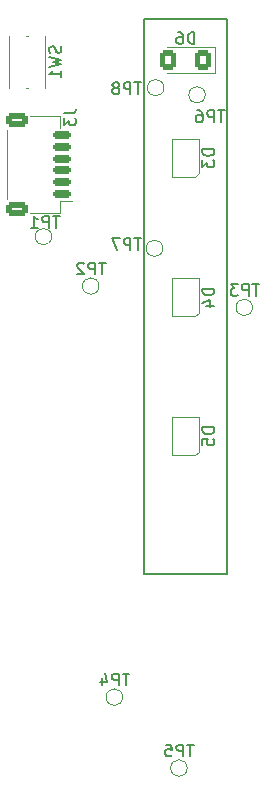
<source format=gbo>
G04 #@! TF.GenerationSoftware,KiCad,Pcbnew,8.0.7*
G04 #@! TF.CreationDate,2025-08-07T07:41:48-04:00*
G04 #@! TF.ProjectId,room_environment_monitor,726f6f6d-5f65-46e7-9669-726f6e6d656e,rev?*
G04 #@! TF.SameCoordinates,Original*
G04 #@! TF.FileFunction,Legend,Bot*
G04 #@! TF.FilePolarity,Positive*
%FSLAX46Y46*%
G04 Gerber Fmt 4.6, Leading zero omitted, Abs format (unit mm)*
G04 Created by KiCad (PCBNEW 8.0.7) date 2025-08-07 07:41:48*
%MOMM*%
%LPD*%
G01*
G04 APERTURE LIST*
G04 Aperture macros list*
%AMRoundRect*
0 Rectangle with rounded corners*
0 $1 Rounding radius*
0 $2 $3 $4 $5 $6 $7 $8 $9 X,Y pos of 4 corners*
0 Add a 4 corners polygon primitive as box body*
4,1,4,$2,$3,$4,$5,$6,$7,$8,$9,$2,$3,0*
0 Add four circle primitives for the rounded corners*
1,1,$1+$1,$2,$3*
1,1,$1+$1,$4,$5*
1,1,$1+$1,$6,$7*
1,1,$1+$1,$8,$9*
0 Add four rect primitives between the rounded corners*
20,1,$1+$1,$2,$3,$4,$5,0*
20,1,$1+$1,$4,$5,$6,$7,0*
20,1,$1+$1,$6,$7,$8,$9,0*
20,1,$1+$1,$8,$9,$2,$3,0*%
G04 Aperture macros list end*
%ADD10C,0.150000*%
%ADD11C,0.120000*%
%ADD12R,1.000000X0.900000*%
%ADD13C,2.200000*%
%ADD14O,1.066800X1.701800*%
%ADD15C,1.000000*%
%ADD16R,0.700000X0.700000*%
%ADD17RoundRect,0.250001X0.462499X0.624999X-0.462499X0.624999X-0.462499X-0.624999X0.462499X-0.624999X0*%
%ADD18RoundRect,0.150000X0.625000X-0.150000X0.625000X0.150000X-0.625000X0.150000X-0.625000X-0.150000X0*%
%ADD19RoundRect,0.250000X0.650000X-0.350000X0.650000X0.350000X-0.650000X0.350000X-0.650000X-0.350000X0*%
G04 APERTURE END LIST*
D10*
X106500000Y-119600000D02*
X113500000Y-119600000D01*
X106500000Y-72600000D02*
X106500000Y-119600000D01*
X113500000Y-72600000D02*
X106500000Y-72600000D01*
X113500000Y-119600000D02*
X113500000Y-72600000D01*
X99457200Y-74866667D02*
X99504819Y-75009524D01*
X99504819Y-75009524D02*
X99504819Y-75247619D01*
X99504819Y-75247619D02*
X99457200Y-75342857D01*
X99457200Y-75342857D02*
X99409580Y-75390476D01*
X99409580Y-75390476D02*
X99314342Y-75438095D01*
X99314342Y-75438095D02*
X99219104Y-75438095D01*
X99219104Y-75438095D02*
X99123866Y-75390476D01*
X99123866Y-75390476D02*
X99076247Y-75342857D01*
X99076247Y-75342857D02*
X99028628Y-75247619D01*
X99028628Y-75247619D02*
X98981009Y-75057143D01*
X98981009Y-75057143D02*
X98933390Y-74961905D01*
X98933390Y-74961905D02*
X98885771Y-74914286D01*
X98885771Y-74914286D02*
X98790533Y-74866667D01*
X98790533Y-74866667D02*
X98695295Y-74866667D01*
X98695295Y-74866667D02*
X98600057Y-74914286D01*
X98600057Y-74914286D02*
X98552438Y-74961905D01*
X98552438Y-74961905D02*
X98504819Y-75057143D01*
X98504819Y-75057143D02*
X98504819Y-75295238D01*
X98504819Y-75295238D02*
X98552438Y-75438095D01*
X98504819Y-75771429D02*
X99504819Y-76009524D01*
X99504819Y-76009524D02*
X98790533Y-76200000D01*
X98790533Y-76200000D02*
X99504819Y-76390476D01*
X99504819Y-76390476D02*
X98504819Y-76628572D01*
X99504819Y-77533333D02*
X99504819Y-76961905D01*
X99504819Y-77247619D02*
X98504819Y-77247619D01*
X98504819Y-77247619D02*
X98647676Y-77152381D01*
X98647676Y-77152381D02*
X98742914Y-77057143D01*
X98742914Y-77057143D02*
X98790533Y-76961905D01*
X113331904Y-80314819D02*
X112760476Y-80314819D01*
X113046190Y-81314819D02*
X113046190Y-80314819D01*
X112427142Y-81314819D02*
X112427142Y-80314819D01*
X112427142Y-80314819D02*
X112046190Y-80314819D01*
X112046190Y-80314819D02*
X111950952Y-80362438D01*
X111950952Y-80362438D02*
X111903333Y-80410057D01*
X111903333Y-80410057D02*
X111855714Y-80505295D01*
X111855714Y-80505295D02*
X111855714Y-80648152D01*
X111855714Y-80648152D02*
X111903333Y-80743390D01*
X111903333Y-80743390D02*
X111950952Y-80791009D01*
X111950952Y-80791009D02*
X112046190Y-80838628D01*
X112046190Y-80838628D02*
X112427142Y-80838628D01*
X110998571Y-80314819D02*
X111189047Y-80314819D01*
X111189047Y-80314819D02*
X111284285Y-80362438D01*
X111284285Y-80362438D02*
X111331904Y-80410057D01*
X111331904Y-80410057D02*
X111427142Y-80552914D01*
X111427142Y-80552914D02*
X111474761Y-80743390D01*
X111474761Y-80743390D02*
X111474761Y-81124342D01*
X111474761Y-81124342D02*
X111427142Y-81219580D01*
X111427142Y-81219580D02*
X111379523Y-81267200D01*
X111379523Y-81267200D02*
X111284285Y-81314819D01*
X111284285Y-81314819D02*
X111093809Y-81314819D01*
X111093809Y-81314819D02*
X110998571Y-81267200D01*
X110998571Y-81267200D02*
X110950952Y-81219580D01*
X110950952Y-81219580D02*
X110903333Y-81124342D01*
X110903333Y-81124342D02*
X110903333Y-80886247D01*
X110903333Y-80886247D02*
X110950952Y-80791009D01*
X110950952Y-80791009D02*
X110998571Y-80743390D01*
X110998571Y-80743390D02*
X111093809Y-80695771D01*
X111093809Y-80695771D02*
X111284285Y-80695771D01*
X111284285Y-80695771D02*
X111379523Y-80743390D01*
X111379523Y-80743390D02*
X111427142Y-80791009D01*
X111427142Y-80791009D02*
X111474761Y-80886247D01*
X103261904Y-93206819D02*
X102690476Y-93206819D01*
X102976190Y-94206819D02*
X102976190Y-93206819D01*
X102357142Y-94206819D02*
X102357142Y-93206819D01*
X102357142Y-93206819D02*
X101976190Y-93206819D01*
X101976190Y-93206819D02*
X101880952Y-93254438D01*
X101880952Y-93254438D02*
X101833333Y-93302057D01*
X101833333Y-93302057D02*
X101785714Y-93397295D01*
X101785714Y-93397295D02*
X101785714Y-93540152D01*
X101785714Y-93540152D02*
X101833333Y-93635390D01*
X101833333Y-93635390D02*
X101880952Y-93683009D01*
X101880952Y-93683009D02*
X101976190Y-93730628D01*
X101976190Y-93730628D02*
X102357142Y-93730628D01*
X101404761Y-93302057D02*
X101357142Y-93254438D01*
X101357142Y-93254438D02*
X101261904Y-93206819D01*
X101261904Y-93206819D02*
X101023809Y-93206819D01*
X101023809Y-93206819D02*
X100928571Y-93254438D01*
X100928571Y-93254438D02*
X100880952Y-93302057D01*
X100880952Y-93302057D02*
X100833333Y-93397295D01*
X100833333Y-93397295D02*
X100833333Y-93492533D01*
X100833333Y-93492533D02*
X100880952Y-93635390D01*
X100880952Y-93635390D02*
X101452380Y-94206819D01*
X101452380Y-94206819D02*
X100833333Y-94206819D01*
X112454819Y-107161905D02*
X111454819Y-107161905D01*
X111454819Y-107161905D02*
X111454819Y-107400000D01*
X111454819Y-107400000D02*
X111502438Y-107542857D01*
X111502438Y-107542857D02*
X111597676Y-107638095D01*
X111597676Y-107638095D02*
X111692914Y-107685714D01*
X111692914Y-107685714D02*
X111883390Y-107733333D01*
X111883390Y-107733333D02*
X112026247Y-107733333D01*
X112026247Y-107733333D02*
X112216723Y-107685714D01*
X112216723Y-107685714D02*
X112311961Y-107638095D01*
X112311961Y-107638095D02*
X112407200Y-107542857D01*
X112407200Y-107542857D02*
X112454819Y-107400000D01*
X112454819Y-107400000D02*
X112454819Y-107161905D01*
X111454819Y-108638095D02*
X111454819Y-108161905D01*
X111454819Y-108161905D02*
X111931009Y-108114286D01*
X111931009Y-108114286D02*
X111883390Y-108161905D01*
X111883390Y-108161905D02*
X111835771Y-108257143D01*
X111835771Y-108257143D02*
X111835771Y-108495238D01*
X111835771Y-108495238D02*
X111883390Y-108590476D01*
X111883390Y-108590476D02*
X111931009Y-108638095D01*
X111931009Y-108638095D02*
X112026247Y-108685714D01*
X112026247Y-108685714D02*
X112264342Y-108685714D01*
X112264342Y-108685714D02*
X112359580Y-108638095D01*
X112359580Y-108638095D02*
X112407200Y-108590476D01*
X112407200Y-108590476D02*
X112454819Y-108495238D01*
X112454819Y-108495238D02*
X112454819Y-108257143D01*
X112454819Y-108257143D02*
X112407200Y-108161905D01*
X112407200Y-108161905D02*
X112359580Y-108114286D01*
X110775594Y-74684819D02*
X110775594Y-73684819D01*
X110775594Y-73684819D02*
X110537499Y-73684819D01*
X110537499Y-73684819D02*
X110394642Y-73732438D01*
X110394642Y-73732438D02*
X110299404Y-73827676D01*
X110299404Y-73827676D02*
X110251785Y-73922914D01*
X110251785Y-73922914D02*
X110204166Y-74113390D01*
X110204166Y-74113390D02*
X110204166Y-74256247D01*
X110204166Y-74256247D02*
X110251785Y-74446723D01*
X110251785Y-74446723D02*
X110299404Y-74541961D01*
X110299404Y-74541961D02*
X110394642Y-74637200D01*
X110394642Y-74637200D02*
X110537499Y-74684819D01*
X110537499Y-74684819D02*
X110775594Y-74684819D01*
X109347023Y-73684819D02*
X109537499Y-73684819D01*
X109537499Y-73684819D02*
X109632737Y-73732438D01*
X109632737Y-73732438D02*
X109680356Y-73780057D01*
X109680356Y-73780057D02*
X109775594Y-73922914D01*
X109775594Y-73922914D02*
X109823213Y-74113390D01*
X109823213Y-74113390D02*
X109823213Y-74494342D01*
X109823213Y-74494342D02*
X109775594Y-74589580D01*
X109775594Y-74589580D02*
X109727975Y-74637200D01*
X109727975Y-74637200D02*
X109632737Y-74684819D01*
X109632737Y-74684819D02*
X109442261Y-74684819D01*
X109442261Y-74684819D02*
X109347023Y-74637200D01*
X109347023Y-74637200D02*
X109299404Y-74589580D01*
X109299404Y-74589580D02*
X109251785Y-74494342D01*
X109251785Y-74494342D02*
X109251785Y-74256247D01*
X109251785Y-74256247D02*
X109299404Y-74161009D01*
X109299404Y-74161009D02*
X109347023Y-74113390D01*
X109347023Y-74113390D02*
X109442261Y-74065771D01*
X109442261Y-74065771D02*
X109632737Y-74065771D01*
X109632737Y-74065771D02*
X109727975Y-74113390D01*
X109727975Y-74113390D02*
X109775594Y-74161009D01*
X109775594Y-74161009D02*
X109823213Y-74256247D01*
X112454819Y-95411905D02*
X111454819Y-95411905D01*
X111454819Y-95411905D02*
X111454819Y-95650000D01*
X111454819Y-95650000D02*
X111502438Y-95792857D01*
X111502438Y-95792857D02*
X111597676Y-95888095D01*
X111597676Y-95888095D02*
X111692914Y-95935714D01*
X111692914Y-95935714D02*
X111883390Y-95983333D01*
X111883390Y-95983333D02*
X112026247Y-95983333D01*
X112026247Y-95983333D02*
X112216723Y-95935714D01*
X112216723Y-95935714D02*
X112311961Y-95888095D01*
X112311961Y-95888095D02*
X112407200Y-95792857D01*
X112407200Y-95792857D02*
X112454819Y-95650000D01*
X112454819Y-95650000D02*
X112454819Y-95411905D01*
X111788152Y-96840476D02*
X112454819Y-96840476D01*
X111407200Y-96602381D02*
X112121485Y-96364286D01*
X112121485Y-96364286D02*
X112121485Y-96983333D01*
X99361904Y-89254819D02*
X98790476Y-89254819D01*
X99076190Y-90254819D02*
X99076190Y-89254819D01*
X98457142Y-90254819D02*
X98457142Y-89254819D01*
X98457142Y-89254819D02*
X98076190Y-89254819D01*
X98076190Y-89254819D02*
X97980952Y-89302438D01*
X97980952Y-89302438D02*
X97933333Y-89350057D01*
X97933333Y-89350057D02*
X97885714Y-89445295D01*
X97885714Y-89445295D02*
X97885714Y-89588152D01*
X97885714Y-89588152D02*
X97933333Y-89683390D01*
X97933333Y-89683390D02*
X97980952Y-89731009D01*
X97980952Y-89731009D02*
X98076190Y-89778628D01*
X98076190Y-89778628D02*
X98457142Y-89778628D01*
X96933333Y-90254819D02*
X97504761Y-90254819D01*
X97219047Y-90254819D02*
X97219047Y-89254819D01*
X97219047Y-89254819D02*
X97314285Y-89397676D01*
X97314285Y-89397676D02*
X97409523Y-89492914D01*
X97409523Y-89492914D02*
X97504761Y-89540533D01*
X116261904Y-95006819D02*
X115690476Y-95006819D01*
X115976190Y-96006819D02*
X115976190Y-95006819D01*
X115357142Y-96006819D02*
X115357142Y-95006819D01*
X115357142Y-95006819D02*
X114976190Y-95006819D01*
X114976190Y-95006819D02*
X114880952Y-95054438D01*
X114880952Y-95054438D02*
X114833333Y-95102057D01*
X114833333Y-95102057D02*
X114785714Y-95197295D01*
X114785714Y-95197295D02*
X114785714Y-95340152D01*
X114785714Y-95340152D02*
X114833333Y-95435390D01*
X114833333Y-95435390D02*
X114880952Y-95483009D01*
X114880952Y-95483009D02*
X114976190Y-95530628D01*
X114976190Y-95530628D02*
X115357142Y-95530628D01*
X114452380Y-95006819D02*
X113833333Y-95006819D01*
X113833333Y-95006819D02*
X114166666Y-95387771D01*
X114166666Y-95387771D02*
X114023809Y-95387771D01*
X114023809Y-95387771D02*
X113928571Y-95435390D01*
X113928571Y-95435390D02*
X113880952Y-95483009D01*
X113880952Y-95483009D02*
X113833333Y-95578247D01*
X113833333Y-95578247D02*
X113833333Y-95816342D01*
X113833333Y-95816342D02*
X113880952Y-95911580D01*
X113880952Y-95911580D02*
X113928571Y-95959200D01*
X113928571Y-95959200D02*
X114023809Y-96006819D01*
X114023809Y-96006819D02*
X114309523Y-96006819D01*
X114309523Y-96006819D02*
X114404761Y-95959200D01*
X114404761Y-95959200D02*
X114452380Y-95911580D01*
X106261904Y-91154819D02*
X105690476Y-91154819D01*
X105976190Y-92154819D02*
X105976190Y-91154819D01*
X105357142Y-92154819D02*
X105357142Y-91154819D01*
X105357142Y-91154819D02*
X104976190Y-91154819D01*
X104976190Y-91154819D02*
X104880952Y-91202438D01*
X104880952Y-91202438D02*
X104833333Y-91250057D01*
X104833333Y-91250057D02*
X104785714Y-91345295D01*
X104785714Y-91345295D02*
X104785714Y-91488152D01*
X104785714Y-91488152D02*
X104833333Y-91583390D01*
X104833333Y-91583390D02*
X104880952Y-91631009D01*
X104880952Y-91631009D02*
X104976190Y-91678628D01*
X104976190Y-91678628D02*
X105357142Y-91678628D01*
X104452380Y-91154819D02*
X103785714Y-91154819D01*
X103785714Y-91154819D02*
X104214285Y-92154819D01*
X99754819Y-80566666D02*
X100469104Y-80566666D01*
X100469104Y-80566666D02*
X100611961Y-80519047D01*
X100611961Y-80519047D02*
X100707200Y-80423809D01*
X100707200Y-80423809D02*
X100754819Y-80280952D01*
X100754819Y-80280952D02*
X100754819Y-80185714D01*
X99754819Y-80947619D02*
X99754819Y-81566666D01*
X99754819Y-81566666D02*
X100135771Y-81233333D01*
X100135771Y-81233333D02*
X100135771Y-81376190D01*
X100135771Y-81376190D02*
X100183390Y-81471428D01*
X100183390Y-81471428D02*
X100231009Y-81519047D01*
X100231009Y-81519047D02*
X100326247Y-81566666D01*
X100326247Y-81566666D02*
X100564342Y-81566666D01*
X100564342Y-81566666D02*
X100659580Y-81519047D01*
X100659580Y-81519047D02*
X100707200Y-81471428D01*
X100707200Y-81471428D02*
X100754819Y-81376190D01*
X100754819Y-81376190D02*
X100754819Y-81090476D01*
X100754819Y-81090476D02*
X100707200Y-80995238D01*
X100707200Y-80995238D02*
X100659580Y-80947619D01*
X105261904Y-128006819D02*
X104690476Y-128006819D01*
X104976190Y-129006819D02*
X104976190Y-128006819D01*
X104357142Y-129006819D02*
X104357142Y-128006819D01*
X104357142Y-128006819D02*
X103976190Y-128006819D01*
X103976190Y-128006819D02*
X103880952Y-128054438D01*
X103880952Y-128054438D02*
X103833333Y-128102057D01*
X103833333Y-128102057D02*
X103785714Y-128197295D01*
X103785714Y-128197295D02*
X103785714Y-128340152D01*
X103785714Y-128340152D02*
X103833333Y-128435390D01*
X103833333Y-128435390D02*
X103880952Y-128483009D01*
X103880952Y-128483009D02*
X103976190Y-128530628D01*
X103976190Y-128530628D02*
X104357142Y-128530628D01*
X102928571Y-128340152D02*
X102928571Y-129006819D01*
X103166666Y-127959200D02*
X103404761Y-128673485D01*
X103404761Y-128673485D02*
X102785714Y-128673485D01*
X112454819Y-83611905D02*
X111454819Y-83611905D01*
X111454819Y-83611905D02*
X111454819Y-83850000D01*
X111454819Y-83850000D02*
X111502438Y-83992857D01*
X111502438Y-83992857D02*
X111597676Y-84088095D01*
X111597676Y-84088095D02*
X111692914Y-84135714D01*
X111692914Y-84135714D02*
X111883390Y-84183333D01*
X111883390Y-84183333D02*
X112026247Y-84183333D01*
X112026247Y-84183333D02*
X112216723Y-84135714D01*
X112216723Y-84135714D02*
X112311961Y-84088095D01*
X112311961Y-84088095D02*
X112407200Y-83992857D01*
X112407200Y-83992857D02*
X112454819Y-83850000D01*
X112454819Y-83850000D02*
X112454819Y-83611905D01*
X111454819Y-84516667D02*
X111454819Y-85135714D01*
X111454819Y-85135714D02*
X111835771Y-84802381D01*
X111835771Y-84802381D02*
X111835771Y-84945238D01*
X111835771Y-84945238D02*
X111883390Y-85040476D01*
X111883390Y-85040476D02*
X111931009Y-85088095D01*
X111931009Y-85088095D02*
X112026247Y-85135714D01*
X112026247Y-85135714D02*
X112264342Y-85135714D01*
X112264342Y-85135714D02*
X112359580Y-85088095D01*
X112359580Y-85088095D02*
X112407200Y-85040476D01*
X112407200Y-85040476D02*
X112454819Y-84945238D01*
X112454819Y-84945238D02*
X112454819Y-84659524D01*
X112454819Y-84659524D02*
X112407200Y-84564286D01*
X112407200Y-84564286D02*
X112359580Y-84516667D01*
X106261904Y-77954819D02*
X105690476Y-77954819D01*
X105976190Y-78954819D02*
X105976190Y-77954819D01*
X105357142Y-78954819D02*
X105357142Y-77954819D01*
X105357142Y-77954819D02*
X104976190Y-77954819D01*
X104976190Y-77954819D02*
X104880952Y-78002438D01*
X104880952Y-78002438D02*
X104833333Y-78050057D01*
X104833333Y-78050057D02*
X104785714Y-78145295D01*
X104785714Y-78145295D02*
X104785714Y-78288152D01*
X104785714Y-78288152D02*
X104833333Y-78383390D01*
X104833333Y-78383390D02*
X104880952Y-78431009D01*
X104880952Y-78431009D02*
X104976190Y-78478628D01*
X104976190Y-78478628D02*
X105357142Y-78478628D01*
X104214285Y-78383390D02*
X104309523Y-78335771D01*
X104309523Y-78335771D02*
X104357142Y-78288152D01*
X104357142Y-78288152D02*
X104404761Y-78192914D01*
X104404761Y-78192914D02*
X104404761Y-78145295D01*
X104404761Y-78145295D02*
X104357142Y-78050057D01*
X104357142Y-78050057D02*
X104309523Y-78002438D01*
X104309523Y-78002438D02*
X104214285Y-77954819D01*
X104214285Y-77954819D02*
X104023809Y-77954819D01*
X104023809Y-77954819D02*
X103928571Y-78002438D01*
X103928571Y-78002438D02*
X103880952Y-78050057D01*
X103880952Y-78050057D02*
X103833333Y-78145295D01*
X103833333Y-78145295D02*
X103833333Y-78192914D01*
X103833333Y-78192914D02*
X103880952Y-78288152D01*
X103880952Y-78288152D02*
X103928571Y-78335771D01*
X103928571Y-78335771D02*
X104023809Y-78383390D01*
X104023809Y-78383390D02*
X104214285Y-78383390D01*
X104214285Y-78383390D02*
X104309523Y-78431009D01*
X104309523Y-78431009D02*
X104357142Y-78478628D01*
X104357142Y-78478628D02*
X104404761Y-78573866D01*
X104404761Y-78573866D02*
X104404761Y-78764342D01*
X104404761Y-78764342D02*
X104357142Y-78859580D01*
X104357142Y-78859580D02*
X104309523Y-78907200D01*
X104309523Y-78907200D02*
X104214285Y-78954819D01*
X104214285Y-78954819D02*
X104023809Y-78954819D01*
X104023809Y-78954819D02*
X103928571Y-78907200D01*
X103928571Y-78907200D02*
X103880952Y-78859580D01*
X103880952Y-78859580D02*
X103833333Y-78764342D01*
X103833333Y-78764342D02*
X103833333Y-78573866D01*
X103833333Y-78573866D02*
X103880952Y-78478628D01*
X103880952Y-78478628D02*
X103928571Y-78431009D01*
X103928571Y-78431009D02*
X104023809Y-78383390D01*
X110731904Y-134006819D02*
X110160476Y-134006819D01*
X110446190Y-135006819D02*
X110446190Y-134006819D01*
X109827142Y-135006819D02*
X109827142Y-134006819D01*
X109827142Y-134006819D02*
X109446190Y-134006819D01*
X109446190Y-134006819D02*
X109350952Y-134054438D01*
X109350952Y-134054438D02*
X109303333Y-134102057D01*
X109303333Y-134102057D02*
X109255714Y-134197295D01*
X109255714Y-134197295D02*
X109255714Y-134340152D01*
X109255714Y-134340152D02*
X109303333Y-134435390D01*
X109303333Y-134435390D02*
X109350952Y-134483009D01*
X109350952Y-134483009D02*
X109446190Y-134530628D01*
X109446190Y-134530628D02*
X109827142Y-134530628D01*
X108350952Y-134006819D02*
X108827142Y-134006819D01*
X108827142Y-134006819D02*
X108874761Y-134483009D01*
X108874761Y-134483009D02*
X108827142Y-134435390D01*
X108827142Y-134435390D02*
X108731904Y-134387771D01*
X108731904Y-134387771D02*
X108493809Y-134387771D01*
X108493809Y-134387771D02*
X108398571Y-134435390D01*
X108398571Y-134435390D02*
X108350952Y-134483009D01*
X108350952Y-134483009D02*
X108303333Y-134578247D01*
X108303333Y-134578247D02*
X108303333Y-134816342D01*
X108303333Y-134816342D02*
X108350952Y-134911580D01*
X108350952Y-134911580D02*
X108398571Y-134959200D01*
X108398571Y-134959200D02*
X108493809Y-135006819D01*
X108493809Y-135006819D02*
X108731904Y-135006819D01*
X108731904Y-135006819D02*
X108827142Y-134959200D01*
X108827142Y-134959200D02*
X108874761Y-134911580D01*
D11*
X96650000Y-78400000D02*
X96550000Y-78400000D01*
X95050000Y-74000000D02*
X95050000Y-78400000D01*
X98150000Y-78400000D02*
X98150000Y-74000000D01*
X96650000Y-74000000D02*
X96550000Y-74000000D01*
X111700000Y-79000000D02*
G75*
G02*
X110300000Y-79000000I-700000J0D01*
G01*
X110300000Y-79000000D02*
G75*
G02*
X111700000Y-79000000I700000J0D01*
G01*
X102700000Y-95200000D02*
G75*
G02*
X101300000Y-95200000I-700000J0D01*
G01*
X101300000Y-95200000D02*
G75*
G02*
X102700000Y-95200000I700000J0D01*
G01*
X108850000Y-106300000D02*
X108850000Y-109500000D01*
X108850000Y-106300000D02*
X111150000Y-106300000D01*
X110850000Y-109500000D02*
X108850000Y-109500000D01*
X110850000Y-109500000D02*
X111150000Y-109200000D01*
X111150000Y-106300000D02*
X111150000Y-109200000D01*
X108437500Y-77185000D02*
X112497500Y-77185000D01*
X112497500Y-74915000D02*
X108437500Y-74915000D01*
X112497500Y-77185000D02*
X112497500Y-74915000D01*
X108850000Y-94550000D02*
X108850000Y-97750000D01*
X108850000Y-94550000D02*
X111150000Y-94550000D01*
X110850000Y-97750000D02*
X108850000Y-97750000D01*
X110850000Y-97750000D02*
X111150000Y-97450000D01*
X111150000Y-94550000D02*
X111150000Y-97450000D01*
X98700000Y-91000000D02*
G75*
G02*
X97300000Y-91000000I-700000J0D01*
G01*
X97300000Y-91000000D02*
G75*
G02*
X98700000Y-91000000I700000J0D01*
G01*
X115700000Y-97000000D02*
G75*
G02*
X114300000Y-97000000I-700000J0D01*
G01*
X114300000Y-97000000D02*
G75*
G02*
X115700000Y-97000000I700000J0D01*
G01*
X108100000Y-92000000D02*
G75*
G02*
X106700000Y-92000000I-700000J0D01*
G01*
X106700000Y-92000000D02*
G75*
G02*
X108100000Y-92000000I700000J0D01*
G01*
X94915000Y-81960000D02*
X94915000Y-87840000D01*
X99385000Y-80790000D02*
X96885000Y-80790000D01*
X99385000Y-81840000D02*
X99385000Y-80790000D01*
X99385000Y-87960000D02*
X99385000Y-89010000D01*
X99385000Y-89010000D02*
X96885000Y-89010000D01*
X100375000Y-87960000D02*
X99385000Y-87960000D01*
X104700000Y-130000000D02*
G75*
G02*
X103300000Y-130000000I-700000J0D01*
G01*
X103300000Y-130000000D02*
G75*
G02*
X104700000Y-130000000I700000J0D01*
G01*
X108850000Y-82750000D02*
X108850000Y-85950000D01*
X108850000Y-82750000D02*
X111150000Y-82750000D01*
X110850000Y-85950000D02*
X108850000Y-85950000D01*
X110850000Y-85950000D02*
X111150000Y-85650000D01*
X111150000Y-82750000D02*
X111150000Y-85650000D01*
X108200000Y-78400000D02*
G75*
G02*
X106800000Y-78400000I-700000J0D01*
G01*
X106800000Y-78400000D02*
G75*
G02*
X108200000Y-78400000I700000J0D01*
G01*
X110170000Y-136000000D02*
G75*
G02*
X108770000Y-136000000I-700000J0D01*
G01*
X108770000Y-136000000D02*
G75*
G02*
X110170000Y-136000000I700000J0D01*
G01*
%LPC*%
D12*
X97400000Y-78250000D03*
X97400000Y-74150000D03*
X95800000Y-78250000D03*
X95800000Y-74150000D03*
D13*
X102500000Y-138700000D03*
X117500000Y-138700000D03*
X103500000Y-72500000D03*
D14*
X114269999Y-142900001D03*
X105730001Y-142900001D03*
D15*
X111000000Y-79000000D03*
X102000000Y-95200000D03*
D16*
X110550000Y-108815000D03*
X109450000Y-108815000D03*
X109450000Y-106985000D03*
X110550000Y-106985000D03*
D17*
X111525000Y-76050000D03*
X108550000Y-76050000D03*
D16*
X110550000Y-97065000D03*
X109450000Y-97065000D03*
X109450000Y-95235000D03*
X110550000Y-95235000D03*
D15*
X98000000Y-91000000D03*
X115000000Y-97000000D03*
X107400000Y-92000000D03*
D18*
X99600000Y-87400000D03*
X99600000Y-86400000D03*
X99600000Y-85400000D03*
X99600000Y-84400000D03*
X99600000Y-83400000D03*
X99600000Y-82400000D03*
D19*
X95725000Y-88700000D03*
X95725000Y-81100000D03*
D15*
X104000000Y-130000000D03*
D16*
X110550000Y-85265000D03*
X109450000Y-85265000D03*
X109450000Y-83435000D03*
X110550000Y-83435000D03*
D15*
X107500000Y-78400000D03*
X109470000Y-136000000D03*
%LPD*%
M02*

</source>
